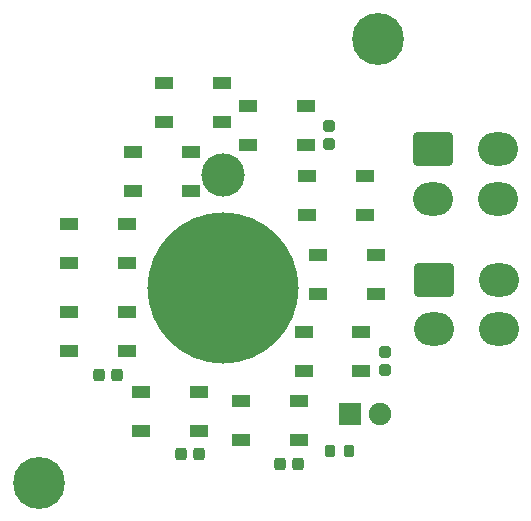
<source format=gbr>
%TF.GenerationSoftware,KiCad,Pcbnew,(6.0.9)*%
%TF.CreationDate,2022-12-26T17:43:00-09:00*%
%TF.ProjectId,PCB_ FIRE TEST PANEL,5043422c-2046-4495-9245-205445535420,rev?*%
%TF.SameCoordinates,Original*%
%TF.FileFunction,Soldermask,Top*%
%TF.FilePolarity,Negative*%
%FSLAX46Y46*%
G04 Gerber Fmt 4.6, Leading zero omitted, Abs format (unit mm)*
G04 Created by KiCad (PCBNEW (6.0.9)) date 2022-12-26 17:43:00*
%MOMM*%
%LPD*%
G01*
G04 APERTURE LIST*
G04 Aperture macros list*
%AMRoundRect*
0 Rectangle with rounded corners*
0 $1 Rounding radius*
0 $2 $3 $4 $5 $6 $7 $8 $9 X,Y pos of 4 corners*
0 Add a 4 corners polygon primitive as box body*
4,1,4,$2,$3,$4,$5,$6,$7,$8,$9,$2,$3,0*
0 Add four circle primitives for the rounded corners*
1,1,$1+$1,$2,$3*
1,1,$1+$1,$4,$5*
1,1,$1+$1,$6,$7*
1,1,$1+$1,$8,$9*
0 Add four rect primitives between the rounded corners*
20,1,$1+$1,$2,$3,$4,$5,0*
20,1,$1+$1,$4,$5,$6,$7,0*
20,1,$1+$1,$6,$7,$8,$9,0*
20,1,$1+$1,$8,$9,$2,$3,0*%
G04 Aperture macros list end*
%ADD10RoundRect,0.250000X0.200000X0.275000X-0.200000X0.275000X-0.200000X-0.275000X0.200000X-0.275000X0*%
%ADD11RoundRect,0.300001X-1.399999X1.099999X-1.399999X-1.099999X1.399999X-1.099999X1.399999X1.099999X0*%
%ADD12O,3.400000X2.800000*%
%ADD13RoundRect,0.050000X-0.750000X-0.450000X0.750000X-0.450000X0.750000X0.450000X-0.750000X0.450000X0*%
%ADD14RoundRect,0.275000X-0.250000X0.225000X-0.250000X-0.225000X0.250000X-0.225000X0.250000X0.225000X0*%
%ADD15RoundRect,0.275000X-0.225000X-0.250000X0.225000X-0.250000X0.225000X0.250000X-0.225000X0.250000X0*%
%ADD16C,12.800000*%
%ADD17C,3.672000*%
%ADD18C,4.400000*%
%ADD19RoundRect,0.050000X-0.900000X-0.900000X0.900000X-0.900000X0.900000X0.900000X-0.900000X0.900000X0*%
%ADD20C,1.900000*%
G04 APERTURE END LIST*
D10*
%TO.C,R1*%
X145232000Y-114958000D03*
X143582000Y-114958000D03*
%TD*%
D11*
%TO.C,J1*%
X152341000Y-89448600D03*
D12*
X152341000Y-93648600D03*
X157841000Y-89448600D03*
X157841000Y-93648600D03*
%TD*%
D11*
%TO.C,J2*%
X152391000Y-100498000D03*
D12*
X152391000Y-104698000D03*
X157891000Y-100498000D03*
X157891000Y-104698000D03*
%TD*%
D13*
%TO.C,D1*%
X129517000Y-83871600D03*
X129517000Y-87171600D03*
X134417000Y-87171600D03*
X134417000Y-83871600D03*
%TD*%
%TO.C,D2*%
X136640000Y-85776800D03*
X136640000Y-89076800D03*
X141540000Y-89076800D03*
X141540000Y-85776800D03*
%TD*%
%TO.C,D3*%
X141619000Y-91669600D03*
X141619000Y-94969600D03*
X146519000Y-94969600D03*
X146519000Y-91669600D03*
%TD*%
%TO.C,D4*%
X142584000Y-98426000D03*
X142584000Y-101726000D03*
X147484000Y-101726000D03*
X147484000Y-98426000D03*
%TD*%
%TO.C,D5*%
X141353000Y-104903000D03*
X141353000Y-108203000D03*
X146253000Y-108203000D03*
X146253000Y-104903000D03*
%TD*%
%TO.C,D6*%
X136031000Y-110770000D03*
X136031000Y-114070000D03*
X140931000Y-114070000D03*
X140931000Y-110770000D03*
%TD*%
%TO.C,D7*%
X127610000Y-109983000D03*
X127610000Y-113283000D03*
X132510000Y-113283000D03*
X132510000Y-109983000D03*
%TD*%
%TO.C,D8*%
X121514000Y-103226000D03*
X121514000Y-106526000D03*
X126414000Y-106526000D03*
X126414000Y-103226000D03*
%TD*%
%TO.C,D9*%
X121463000Y-95809600D03*
X121463000Y-99109600D03*
X126363000Y-99109600D03*
X126363000Y-95809600D03*
%TD*%
%TO.C,D10*%
X126938000Y-89688400D03*
X126938000Y-92988400D03*
X131838000Y-92988400D03*
X131838000Y-89688400D03*
%TD*%
D14*
%TO.C,C3*%
X143495000Y-87477200D03*
X143495000Y-89027200D03*
%TD*%
D15*
%TO.C,C4*%
X124010000Y-108519000D03*
X125560000Y-108519000D03*
%TD*%
%TO.C,C5*%
X130942000Y-115209000D03*
X132492000Y-115209000D03*
%TD*%
%TO.C,C6*%
X139339000Y-116108000D03*
X140889000Y-116108000D03*
%TD*%
D14*
%TO.C,C7*%
X148204000Y-106586000D03*
X148204000Y-108136000D03*
%TD*%
D16*
%TO.C,1*%
X134542711Y-101156493D03*
D17*
X134542711Y-91631493D03*
D16*
X134542711Y-101156493D03*
%TD*%
D18*
%TO.C,2*%
X147623711Y-80074493D03*
%TD*%
%TO.C,3*%
X118921711Y-117666493D03*
%TD*%
D19*
%TO.C,D11*%
X145250000Y-111839000D03*
D20*
X147790000Y-111839000D03*
%TD*%
M02*

</source>
